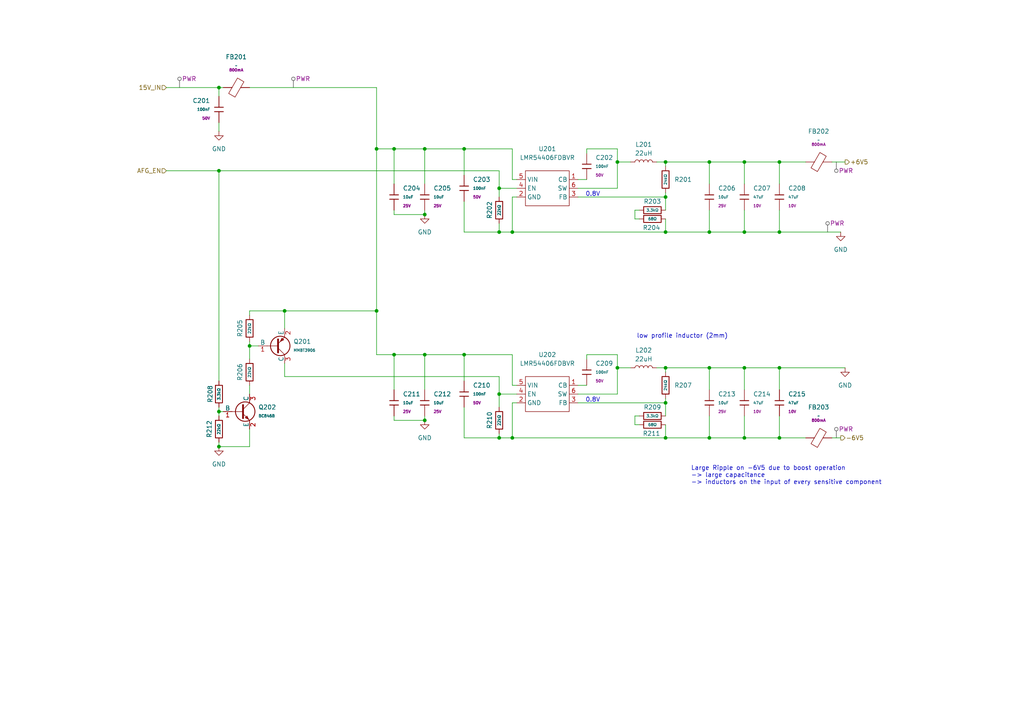
<source format=kicad_sch>
(kicad_sch (version 20250114) (generator "eeschema") (generator_version "9.0")
  (paper "A4")
  (title_block (title "AWG for DHO8/900") (date "2025-06-07") (rev "V2") (company "M. Zimmermann"))
  (lib_symbols
    (symbol "0603,3.3kΩ_1" (pin_numbers (hide yes)) (pin_names (offset 0))
      (property "Reference" "R" (at 1.778 0 0))
      (property "Value" "3.3kΩ" (at 0 0 90))
      (symbol "0603,3.3kΩ_1_1_1"
        (pin passive line (at 0 3.81 270) (length 1.27) (name "~") (number "1"))
        (pin passive line (at 0 -3.81 90) (length 1.27) (name "~") (number "2"))
      )
    )
    (symbol "AWG_Symbol:LMR54406FDBVR"
      (property "Reference" "U" (at 0 0 0))
      (property "Manufacturer Part" "LMR54406FDBVR" (at 0 0 0))
      (symbol "LMR54406FDBVR_1_0"
        (pin unspecified line (at -8.89 2.54 0) (length 2.54) (name "VIN") (number "5"))
        (pin unspecified line (at -8.89 0 0) (length 2.54) (name "EN") (number "4"))
        (pin unspecified line (at -8.89 -2.54 0) (length 2.54) (name "GND") (number "2"))
        (pin unspecified line (at 8.89 2.54 180) (length 2.54) (name "CB") (number "1"))
        (pin unspecified line (at 8.89 0 180) (length 2.54) (name "SW") (number "6"))
        (pin unspecified line (at 8.89 -2.54 180) (length 2.54) (name "FB") (number "3"))
      )
    )
    (symbol "AWG_Symbol:LQH5BPN220MT0L" (pin_numbers (hide yes)) (pin_names (offset 1.016) (hide yes))
      (property "Reference" "L" (at -1.27 0 90))
      (property "Value" "22uH" (at 1.905 0 90))
      (symbol "LQH5BPN220MT0L_1_1"
        (pin passive line (at 0 3.81 270) (length 1.27) (name "1") (number "1"))
        (pin passive line (at 0 -3.81 90) (length 1.27) (name "2") (number "2"))
      )
    )
    (symbol "PCM_JLCPCB-Capacitors:0603,100nF" (pin_numbers (hide yes)) (pin_names (offset 0))
      (property "Reference" "C" (at 2.032 1.668 0))
      (property "Value" "100nF" (at 2.032 -0.3782 0))
      (property "Voltage Rated" "50V" (at 2.032 -2.0462 0))
      (symbol "0603,100nF_1_1"
        (pin passive line (at 0 3.81 270) (length 3.175) (name "~") (number "1"))
        (pin passive line (at 0 -3.81 90) (length 3.175) (name "~") (number "2"))
      )
    )
    (symbol "PCM_JLCPCB-Capacitors:0805,10uF" (pin_numbers (hide yes)) (pin_names (offset 0))
      (property "Reference" "C" (at 2.032 1.668 0))
      (property "Value" "10uF" (at 2.032 -0.3782 0))
      (property "Voltage Rated" "25V" (at 2.032 -2.0462 0))
      (symbol "0805,10uF_1_1"
        (pin passive line (at 0 3.81 270) (length 3.175) (name "~") (number "1"))
        (pin passive line (at 0 -3.81 90) (length 3.175) (name "~") (number "2"))
      )
    )
    (symbol "PCM_JLCPCB-Capacitors:1206,47uF" (pin_numbers (hide yes)) (pin_names (offset 0))
      (property "Reference" "C" (at 2.032 1.668 0))
      (property "Value" "47uF" (at 2.032 -0.3782 0))
      (property "Voltage Rated" "10V" (at 2.032 -2.0462 0))
      (symbol "1206,47uF_1_1"
        (pin passive line (at 0 3.81 270) (length 3.175) (name "~") (number "1"))
        (pin passive line (at 0 -3.81 90) (length 3.175) (name "~") (number "2"))
      )
    )
    (symbol "PCM_JLCPCB-Inductors:Ferrite,0805" (pin_numbers (hide yes)) (pin_names (offset 0))
      (property "Reference" "FB" (at 3.4036 1.2508 0))
      (property "Current Rating" "800mA" (at 3.4036 -1.5274 0))
      (symbol "Ferrite,0805_1_1"
        (pin passive line (at 0 3.81 270) (length 2.54) (name "~") (number "1"))
        (pin passive line (at 0 -3.81 90) (length 2.54) (name "~") (number "2"))
      )
    )
    (symbol "PCM_JLCPCB-Resistors:0603,22kΩ" (pin_numbers (hide yes)) (pin_names (offset 0))
      (property "Reference" "R" (at 1.778 0 0))
      (property "Value" "22kΩ" (at 0 0 90))
      (symbol "0603,22kΩ_1_1"
        (pin passive line (at 0 3.81 270) (length 1.27) (name "~") (number "1"))
        (pin passive line (at 0 -3.81 90) (length 1.27) (name "~") (number "2"))
      )
    )
    (symbol "PCM_JLCPCB-Resistors:0603,24kΩ" (pin_numbers (hide yes)) (pin_names (offset 0))
      (property "Reference" "R" (at 1.778 0 0))
      (property "Value" "24kΩ" (at 0 0 90))
      (symbol "0603,24kΩ_1_1"
        (pin passive line (at 0 3.81 270) (length 1.27) (name "~") (number "1"))
        (pin passive line (at 0 -3.81 90) (length 1.27) (name "~") (number "2"))
      )
    )
    (symbol "PCM_JLCPCB-Resistors:0603,3.3kΩ" (pin_numbers (hide yes)) (pin_names (offset 0))
      (property "Reference" "R" (at 1.778 0 0))
      (property "Value" "3.3kΩ" (at 0 0 90))
      (symbol "0603,3.3kΩ_1_1"
        (pin passive line (at 0 3.81 270) (length 1.27) (name "~") (number "1"))
        (pin passive line (at 0 -3.81 90) (length 1.27) (name "~") (number "2"))
      )
    )
    (symbol "PCM_JLCPCB-Resistors:0603,68Ω" (pin_numbers (hide yes)) (pin_names (offset 0))
      (property "Reference" "R" (at 1.778 0 0))
      (property "Value" "68Ω" (at 0 0 90))
      (symbol "0603,68Ω_1_1"
        (pin passive line (at 0 3.81 270) (length 1.27) (name "~") (number "1"))
        (pin passive line (at 0 -3.81 90) (length 1.27) (name "~") (number "2"))
      )
    )
    (symbol "PCM_JLCPCB-Transistors:NPN,BC846B" (pin_names (offset 0))
      (property "Reference" "Q" (at 4.8514 0.834 0))
      (property "Value" "BC846B" (at 4.8514 -1.2122 0))
      (symbol "NPN,BC846B_1_1"
        (pin input line (at -5.08 0 0) (length 2.54) (name "B") (number "1"))
        (pin open_collector line (at 2.54 5.08 270) (length 2.54) (name "C") (number "3"))
        (pin open_emitter line (at 2.54 -5.08 90) (length 2.54) (name "E") (number "2"))
      )
    )
    (symbol "PCM_JLCPCB-Transistors:PNP,MMBT3906" (pin_names (offset 0))
      (property "Reference" "Q" (at 4.8514 0.834 0))
      (property "Value" "MMBT3906" (at 4.8514 -1.2122 0))
      (symbol "PNP,MMBT3906_1_1"
        (pin input line (at -5.08 0 0) (length 2.54) (name "B") (number "1"))
        (pin open_collector line (at 2.54 5.08 270) (length 2.54) (name "C") (number "3"))
        (pin open_emitter line (at 2.54 -5.08 90) (length 2.54) (name "E") (number "2"))
      )
    )
    (symbol "power:GND" (power) (pin_numbers (hide yes)) (pin_names (offset 0) (hide yes))
      (property "Value" "GND" (at 0 -3.81 0))
      (symbol "GND_1_1"
        (pin power_in line (at 0 0 270) (length 0) (name "~") (number "1"))
      )
    )
  )
  (text "0.8V" (at 171.958 56.388 0) (effects (font (size 1.27 1.27))))
  (text "0.8V" (at 171.958 116.078 0) (effects (font (size 1.27 1.27))))
  (text "Large Ripple on -6V5 due to boost operation\n-> large capacitance\n-> inductors on the input of every sensitive component" (at 200.406 137.922 0) (effects (font (size 1.27 1.27)) (justify left)))
  (text "low profile inductor (2mm)" (at 184.658 97.536 0) (effects (font (size 1.27 1.27)) (justify left)))
  (junction (at 226.06 46.99))
  (junction (at 205.74 127))
  (junction (at 144.78 114.3))
  (junction (at 215.9 67.31))
  (junction (at 215.9 106.68))
  (junction (at 226.06 127))
  (junction (at 134.62 102.87))
  (junction (at 63.5 119.38))
  (junction (at 193.04 116.84))
  (junction (at 193.04 127))
  (junction (at 179.07 46.99))
  (junction (at 114.3 43.18))
  (junction (at 179.07 106.68))
  (junction (at 205.74 46.99))
  (junction (at 63.5 49.53))
  (junction (at 123.19 121.92))
  (junction (at 72.39 100.33))
  (junction (at 109.22 43.18))
  (junction (at 82.55 90.17))
  (junction (at 114.3 102.87))
  (junction (at 144.78 54.61))
  (junction (at 123.19 62.23))
  (junction (at 144.78 127))
  (junction (at 109.22 90.17))
  (junction (at 215.9 127))
  (junction (at 226.06 106.68))
  (junction (at 63.5 129.54))
  (junction (at 63.5 25.4))
  (junction (at 215.9 46.99))
  (junction (at 226.06 67.31))
  (junction (at 193.04 67.31))
  (junction (at 205.74 106.68))
  (junction (at 193.04 46.99))
  (junction (at 193.04 106.68))
  (junction (at 148.59 67.31))
  (junction (at 123.19 102.87))
  (junction (at 144.78 67.31))
  (junction (at 148.59 127))
  (junction (at 193.04 57.15))
  (junction (at 134.62 43.18))
  (junction (at 205.74 67.31))
  (junction (at 123.19 43.18))
  (wire (pts (xy 144.78 114.3) (xy 149.86 114.3)))
  (wire (pts (xy 144.78 54.61) (xy 144.78 57.15)))
  (wire (pts (xy 205.74 120.65) (xy 205.74 127)))
  (wire (pts (xy 148.59 57.15) (xy 148.59 67.31)))
  (wire (pts (xy 134.62 127) (xy 144.78 127)))
  (wire (pts (xy 205.74 113.03) (xy 205.74 106.68)))
  (wire (pts (xy 134.62 102.87) (xy 148.59 102.87)))
  (wire (pts (xy 109.22 25.4) (xy 109.22 43.18)))
  (wire (pts (xy 72.39 111.76) (xy 72.39 114.3)))
  (wire (pts (xy 215.9 60.96) (xy 215.9 67.31)))
  (wire (pts (xy 72.39 90.17) (xy 72.39 91.44)))
  (wire (pts (xy 134.62 43.18) (xy 134.62 50.8)))
  (wire (pts (xy 123.19 102.87) (xy 134.62 102.87)))
  (wire (pts (xy 185.42 123.19) (xy 184.15 123.19)))
  (wire (pts (xy 179.07 43.18) (xy 179.07 46.99)))
  (wire (pts (xy 72.39 129.54) (xy 72.39 124.46)))
  (wire (pts (xy 185.42 63.5) (xy 184.15 63.5)))
  (wire (pts (xy 134.62 118.11) (xy 134.62 127)))
  (wire (pts (xy 226.06 53.34) (xy 226.06 46.99)))
  (wire (pts (xy 63.5 49.53) (xy 63.5 110.49)))
  (wire (pts (xy 193.04 107.95) (xy 193.04 106.68)))
  (wire (pts (xy 184.15 123.19) (xy 184.15 120.65)))
  (wire (pts (xy 148.59 127) (xy 193.04 127)))
  (wire (pts (xy 109.22 43.18) (xy 114.3 43.18)))
  (wire (pts (xy 226.06 127) (xy 233.68 127)))
  (wire (pts (xy 215.9 46.99) (xy 226.06 46.99)))
  (wire (pts (xy 109.22 102.87) (xy 114.3 102.87)))
  (wire (pts (xy 193.04 106.68) (xy 205.74 106.68)))
  (wire (pts (xy 123.19 60.96) (xy 123.19 62.23)))
  (wire (pts (xy 205.74 67.31) (xy 215.9 67.31)))
  (wire (pts (xy 63.5 119.38) (xy 63.5 120.65)))
  (wire (pts (xy 226.06 67.31) (xy 226.06 60.96)))
  (wire (pts (xy 193.04 115.57) (xy 193.04 116.84)))
  (wire (pts (xy 109.22 90.17) (xy 109.22 43.18)))
  (wire (pts (xy 123.19 43.18) (xy 134.62 43.18)))
  (wire (pts (xy 144.78 54.61) (xy 149.86 54.61)))
  (wire (pts (xy 167.64 57.15) (xy 193.04 57.15)))
  (wire (pts (xy 72.39 100.33) (xy 74.93 100.33)))
  (wire (pts (xy 167.64 52.07) (xy 170.18 52.07)))
  (wire (pts (xy 170.18 102.87) (xy 179.07 102.87)))
  (wire (pts (xy 123.19 120.65) (xy 123.19 121.92)))
  (wire (pts (xy 148.59 111.76) (xy 148.59 102.87)))
  (wire (pts (xy 184.15 120.65) (xy 185.42 120.65)))
  (wire (pts (xy 179.07 102.87) (xy 179.07 106.68)))
  (wire (pts (xy 144.78 114.3) (xy 144.78 118.11)))
  (wire (pts (xy 63.5 119.38) (xy 64.77 119.38)))
  (wire (pts (xy 193.04 106.68) (xy 190.5 106.68)))
  (wire (pts (xy 63.5 128.27) (xy 63.5 129.54)))
  (wire (pts (xy 215.9 106.68) (xy 226.06 106.68)))
  (wire (pts (xy 215.9 113.03) (xy 215.9 106.68)))
  (wire (pts (xy 148.59 67.31) (xy 193.04 67.31)))
  (wire (pts (xy 72.39 99.06) (xy 72.39 100.33)))
  (wire (pts (xy 144.78 114.3) (xy 144.78 109.22)))
  (wire (pts (xy 193.04 67.31) (xy 205.74 67.31)))
  (wire (pts (xy 114.3 60.96) (xy 114.3 62.23)))
  (wire (pts (xy 205.74 60.96) (xy 205.74 67.31)))
  (wire (pts (xy 114.3 43.18) (xy 123.19 43.18)))
  (wire (pts (xy 193.04 123.19) (xy 193.04 127)))
  (wire (pts (xy 167.64 54.61) (xy 179.07 54.61)))
  (wire (pts (xy 48.26 49.53) (xy 63.5 49.53)))
  (wire (pts (xy 63.5 129.54) (xy 72.39 129.54)))
  (wire (pts (xy 114.3 121.92) (xy 123.19 121.92)))
  (wire (pts (xy 167.64 116.84) (xy 193.04 116.84)))
  (wire (pts (xy 48.26 25.4) (xy 63.5 25.4)))
  (wire (pts (xy 241.3 46.99) (xy 245.11 46.99)))
  (wire (pts (xy 114.3 62.23) (xy 123.19 62.23)))
  (wire (pts (xy 215.9 120.65) (xy 215.9 127)))
  (wire (pts (xy 144.78 67.31) (xy 144.78 64.77)))
  (wire (pts (xy 149.86 52.07) (xy 148.59 52.07)))
  (wire (pts (xy 82.55 90.17) (xy 82.55 95.25)))
  (wire (pts (xy 167.64 114.3) (xy 179.07 114.3)))
  (wire (pts (xy 215.9 53.34) (xy 215.9 46.99)))
  (wire (pts (xy 109.22 90.17) (xy 109.22 102.87)))
  (wire (pts (xy 63.5 35.56) (xy 63.5 38.1)))
  (wire (pts (xy 205.74 46.99) (xy 215.9 46.99)))
  (wire (pts (xy 114.3 43.18) (xy 114.3 53.34)))
  (wire (pts (xy 215.9 127) (xy 226.06 127)))
  (wire (pts (xy 226.06 106.68) (xy 226.06 113.03)))
  (wire (pts (xy 114.3 120.65) (xy 114.3 121.92)))
  (wire (pts (xy 193.04 55.88) (xy 193.04 57.15)))
  (wire (pts (xy 149.86 111.76) (xy 148.59 111.76)))
  (wire (pts (xy 226.06 106.68) (xy 245.11 106.68)))
  (wire (pts (xy 144.78 49.53) (xy 144.78 54.61)))
  (wire (pts (xy 114.3 102.87) (xy 123.19 102.87)))
  (wire (pts (xy 114.3 102.87) (xy 114.3 113.03)))
  (wire (pts (xy 179.07 106.68) (xy 182.88 106.68)))
  (wire (pts (xy 193.04 116.84) (xy 193.04 120.65)))
  (wire (pts (xy 134.62 102.87) (xy 134.62 110.49)))
  (wire (pts (xy 134.62 58.42) (xy 134.62 67.31)))
  (wire (pts (xy 226.06 127) (xy 226.06 120.65)))
  (wire (pts (xy 72.39 25.4) (xy 109.22 25.4)))
  (wire (pts (xy 167.64 111.76) (xy 170.18 111.76)))
  (wire (pts (xy 148.59 52.07) (xy 148.59 43.18)))
  (wire (pts (xy 193.04 63.5) (xy 193.04 67.31)))
  (wire (pts (xy 148.59 116.84) (xy 148.59 127)))
  (wire (pts (xy 144.78 49.53) (xy 63.5 49.53)))
  (wire (pts (xy 215.9 67.31) (xy 226.06 67.31)))
  (wire (pts (xy 144.78 67.31) (xy 148.59 67.31)))
  (wire (pts (xy 241.3 127) (xy 243.84 127)))
  (wire (pts (xy 193.04 48.26) (xy 193.04 46.99)))
  (wire (pts (xy 179.07 54.61) (xy 179.07 46.99)))
  (wire (pts (xy 170.18 44.45) (xy 170.18 43.18)))
  (wire (pts (xy 226.06 46.99) (xy 233.68 46.99)))
  (wire (pts (xy 144.78 127) (xy 148.59 127)))
  (wire (pts (xy 63.5 25.4) (xy 64.77 25.4)))
  (wire (pts (xy 123.19 102.87) (xy 123.19 113.03)))
  (wire (pts (xy 205.74 53.34) (xy 205.74 46.99)))
  (wire (pts (xy 149.86 57.15) (xy 148.59 57.15)))
  (wire (pts (xy 170.18 104.14) (xy 170.18 102.87)))
  (wire (pts (xy 149.86 116.84) (xy 148.59 116.84)))
  (wire (pts (xy 179.07 46.99) (xy 182.88 46.99)))
  (wire (pts (xy 193.04 46.99) (xy 190.5 46.99)))
  (wire (pts (xy 72.39 100.33) (xy 72.39 104.14)))
  (wire (pts (xy 193.04 57.15) (xy 193.04 60.96)))
  (wire (pts (xy 134.62 43.18) (xy 148.59 43.18)))
  (wire (pts (xy 82.55 90.17) (xy 72.39 90.17)))
  (wire (pts (xy 179.07 114.3) (xy 179.07 106.68)))
  (wire (pts (xy 63.5 118.11) (xy 63.5 119.38)))
  (wire (pts (xy 63.5 27.94) (xy 63.5 25.4)))
  (wire (pts (xy 82.55 90.17) (xy 109.22 90.17)))
  (wire (pts (xy 170.18 43.18) (xy 179.07 43.18)))
  (wire (pts (xy 144.78 125.73) (xy 144.78 127)))
  (wire (pts (xy 123.19 43.18) (xy 123.19 53.34)))
  (wire (pts (xy 193.04 46.99) (xy 205.74 46.99)))
  (wire (pts (xy 226.06 67.31) (xy 243.84 67.31)))
  (wire (pts (xy 193.04 127) (xy 205.74 127)))
  (wire (pts (xy 82.55 109.22) (xy 144.78 109.22)))
  (wire (pts (xy 205.74 127) (xy 215.9 127)))
  (wire (pts (xy 184.15 60.96) (xy 184.15 63.5)))
  (wire (pts (xy 134.62 67.31) (xy 144.78 67.31)))
  (wire (pts (xy 184.15 60.96) (xy 185.42 60.96)))
  (wire (pts (xy 205.74 106.68) (xy 215.9 106.68)))
  (wire (pts (xy 82.55 109.22) (xy 82.55 105.41)))
  (hierarchical_label "+6V5" (shape output) (at 245.11 46.99 0))
  (hierarchical_label "AFG_EN" (shape input) (at 48.26 49.53 180))
  (hierarchical_label "15V_IN" (shape input) (at 48.26 25.4 180))
  (hierarchical_label "-6V5" (shape output) (at 243.84 127 0))
  (netclass_flag "" (length 2.54) (shape round) (at 242.57 46.99 180) (property "Netclass" "PWR" (at 243.2685 49.53 0) (effects (justify left))))
  (netclass_flag "" (length 2.54) (shape round) (at 52.07 25.4 0) (property "Netclass" "PWR" (at 52.7685 22.86 0) (effects (justify left))))
  (netclass_flag "" (length 2.54) (shape round) (at 240.03 67.31 0) (property "Netclass" "PWR" (at 240.7285 64.77 0) (effects (justify left))))
  (netclass_flag "" (length 2.54) (shape round) (at 85.09 25.4 0) (property "Netclass" "PWR" (at 85.7885 22.86 0) (effects (justify left))))
  (netclass_flag "" (length 2.54) (shape round) (at 242.57 127 0) (property "Netclass" "PWR" (at 243.2685 124.46 0) (effects (justify left))))
  (symbol (lib_id "PCM_JLCPCB-Capacitors:0603,100nF") (at 134.62 114.3 0) (unit 1)
    (property "Reference" "C210" (at 137.16 111.7599 0) (effects (justify left)))
    (property "Value" "100nF" (at 137.16 114.3 0) (effects (font (size 0.8 0.8)) (justify left)))
    (property "Footprint" "PCM_JLCPCB:C_0603" (effects (hide yes)))
    (property "Datasheet" "https://www.lcsc.com/datasheet/lcsc_datasheet_2211101700_YAGEO-CC0603KRX7R9BB104_C14663.pdf" (effects (hide yes)))
    (property "Description" "50V 100nF X7R ±10% 0603 Multilayer Ceramic Capacitors MLCC - SMD/SMT ROHS" (effects (hide yes)))
    (property "LCSC" "C14663" (effects (hide yes)))
    (property "Stock" "53144328" (effects (hide yes)))
    (property "Price" "0.006USD" (effects (hide yes)))
    (property "Process" "SMT" (effects (hide yes)))
    (property "Minimum Qty" "20" (effects (hide yes)))
    (property "Attrition Qty" "6" (effects (hide yes)))
    (property "Class" "Basic Component" (effects (hide yes)))
    (property "Category" "Capacitors,Multilayer Ceramic Capacitors MLCC - SMD/SMT" (effects (hide yes)))
    (property "Manufacturer" "YAGEO" (effects (hide yes)))
    (property "Part" "CC0603KRX7R9BB104" (effects (hide yes)))
    (property "Voltage Rated" "50V" (at 137.16 116.84 0) (effects (font (size 0.8 0.8)) (justify left)))
    (property "Tolerance" "±10%" (effects (hide yes)))
    (property "Capacitance" "100nF" (effects (hide yes)))
    (property "Temperature Coefficient" "X7R" (effects (hide yes)))
  )
  (symbol (lib_id "power:GND") (at 63.5 38.1 0) (unit 1)
    (property "Reference" "#PWR0201" (effects (hide yes)))
    (property "Value" "GND" (at 63.5 43.18 0))
    (property "Description" "Power symbol creates a global label with name \"GND\" , ground" (effects (hide yes)))
  )
  (symbol (lib_id "PCM_JLCPCB-Resistors:0603,3.3kΩ") (at 63.5 114.3 0) (mirror y) (unit 1)
    (property "Reference" "R208" (at 60.96 116.84 90) (effects (justify left)))
    (property "Value" "3.3kΩ" (at 63.5 114.3 90) (effects (font (size 0.8 0.8))))
    (property "Footprint" "PCM_JLCPCB:R_0603" (effects (hide yes)))
    (property "Datasheet" "https://www.lcsc.com/datasheet/lcsc_datasheet_2206010116_UNI-ROYAL-Uniroyal-Elec-0603WAF3301T5E_C22978.pdf" (effects (hide yes)))
    (property "Description" "100mW Thick Film Resistors 75V ±100ppm/°C ±1% 3.3kΩ 0603 Chip Resistor - Surface Mount ROHS" (effects (hide yes)))
    (property "LCSC" "C22978" (effects (hide yes)))
    (property "Stock" "2806148" (effects (hide yes)))
    (property "Price" "0.004USD" (effects (hide yes)))
    (property "Process" "SMT" (effects (hide yes)))
    (property "Minimum Qty" "20" (effects (hide yes)))
    (property "Attrition Qty" "10" (effects (hide yes)))
    (property "Class" "Basic Component" (effects (hide yes)))
    (property "Category" "Resistors,Chip Resistor - Surface Mount" (effects (hide yes)))
    (property "Manufacturer" "UNI-ROYAL(Uniroyal Elec)" (effects (hide yes)))
    (property "Part" "0603WAF3301T5E" (effects (hide yes)))
    (property "Resistance" "3.3kΩ" (effects (hide yes)))
    (property "Power(Watts)" "100mW" (effects (hide yes)))
    (property "Type" "Thick Film Resistors" (effects (hide yes)))
    (property "Overload Voltage (Max)" "75V" (effects (hide yes)))
    (property "Operating Temperature Range" "-55°C~+155°C" (effects (hide yes)))
    (property "Tolerance" "±1%" (effects (hide yes)))
    (property "Temperature Coefficient" "±100ppm/°C" (effects (hide yes)))
  )
  (symbol (lib_id "AWG_Symbol:LMR54406FDBVR") (at 158.75 54.61 0) (unit 1)
    (property "Reference" "U201" (at 158.75 43.18 0))
    (property "Value" "LMR54406FDBVR" (at 158.75 45.72 0))
    (property "Footprint" "Package_TO_SOT_SMD:SOT-23-6" (effects (hide yes)))
    (property "Datasheet" "https://www.ti.com/lit/ds/symlink/lmr54406.pdf" (effects (hide yes)))
    (property "Description" "Function:Step-down type Output Type:Adjustable Input Voltage:4V~36V Input Voltage:4V~36V Output Voltage:800mV~28V Output Voltage:800mV~28V Output Current:1A Switching Frequency:1.1MHz Switching Frequency:1.1MHz Operating Temperature:-40°C~+125°C Operating T" (effects (hide yes)))
    (property "Manufacturer Part" "LMR54406FDBVR" (effects (hide yes)))
    (property "Manufacturer" "TI" (effects (hide yes)))
    (property "Supplier Part" "C3193129" (effects (hide yes)))
    (property "Supplier" "LCSC" (effects (hide yes)))
    (property "LCSC" "C3193129" (effects (hide yes)))
  )
  (symbol (lib_id "power:GND") (at 243.84 67.31 0) (unit 1)
    (property "Reference" "#PWR0203" (effects (hide yes)))
    (property "Value" "GND" (at 243.84 72.39 0))
    (property "Description" "Power symbol creates a global label with name \"GND\" , ground" (effects (hide yes)))
  )
  (symbol (lib_id "PCM_JLCPCB-Resistors:0603,24kΩ") (at 193.04 111.76 0) (unit 1)
    (property "Reference" "R207" (at 195.58 111.7599 0) (effects (justify left)))
    (property "Value" "24kΩ" (at 193.04 111.76 90) (effects (font (size 0.8 0.8))))
    (property "Footprint" "PCM_JLCPCB:R_0603" (effects (hide yes)))
    (property "Datasheet" "https://www.lcsc.com/datasheet/lcsc_datasheet_2206010100_UNI-ROYAL-Uniroyal-Elec-0603WAF2402T5E_C23352.pdf" (effects (hide yes)))
    (property "Description" "100mW Thick Film Resistors 75V ±100ppm/°C ±1% 24kΩ 0603 Chip Resistor - Surface Mount ROHS" (effects (hide yes)))
    (property "LCSC" "C23352" (effects (hide yes)))
    (property "Stock" "468026" (effects (hide yes)))
    (property "Price" "0.004USD" (effects (hide yes)))
    (property "Process" "SMT" (effects (hide yes)))
    (property "Minimum Qty" "20" (effects (hide yes)))
    (property "Attrition Qty" "10" (effects (hide yes)))
    (property "Class" "Basic Component" (effects (hide yes)))
    (property "Category" "Resistors,Chip Resistor - Surface Mount" (effects (hide yes)))
    (property "Manufacturer" "UNI-ROYAL(Uniroyal Elec)" (effects (hide yes)))
    (property "Part" "0603WAF2402T5E" (effects (hide yes)))
    (property "Resistance" "24kΩ" (effects (hide yes)))
    (property "Power(Watts)" "100mW" (effects (hide yes)))
    (property "Type" "Thick Film Resistors" (effects (hide yes)))
    (property "Overload Voltage (Max)" "75V" (effects (hide yes)))
    (property "Operating Temperature Range" "-55°C~+155°C" (effects (hide yes)))
    (property "Tolerance" "±1%" (effects (hide yes)))
    (property "Temperature Coefficient" "±100ppm/°C" (effects (hide yes)))
  )
  (symbol (lib_id "PCM_JLCPCB-Transistors:PNP,MMBT3906") (at 80.01 100.33 0) (mirror x) (unit 1)
    (property "Reference" "Q201" (at 85.09 99.0599 0) (effects (justify left)))
    (property "Value" "MMBT3906" (at 85.09 101.6 0) (effects (font (size 0.8 0.8)) (justify left)))
    (property "Footprint" "PCM_JLCPCB:Q_SOT-23" (effects (hide yes)))
    (property "Datasheet" "https://wmsc.lcsc.com/wmsc/upload/file/pdf/v2/lcsc/2312221203_hongjiacheng-MMBT3906_C7420354.pdf" (effects (hide yes)))
    (property "Description" "40V 300mW 100@10mA,1.0V 200mA PNP SOT-23 Bipolar (BJT) ROHS" (effects (hide yes)))
    (property "LCSC" "C7420354" (effects (hide yes)))
    (property "Stock" "210361" (effects (hide yes)))
    (property "Price" "0.013USD" (effects (hide yes)))
    (property "Process" "SMT" (effects (hide yes)))
    (property "Minimum Qty" "10" (effects (hide yes)))
    (property "Attrition Qty" "5" (effects (hide yes)))
    (property "Class" "Preferred Component" (effects (hide yes)))
    (property "Category" "Triode/MOS Tube/Transistor,Bipolar Transistors - BJT" (effects (hide yes)))
    (property "Manufacturer" "hongjiacheng" (effects (hide yes)))
    (property "Part" "MMBT3906" (effects (hide yes)))
    (property "Transition Frequency (fT)" "300MHz" (effects (hide yes)))
    (property "Operating Temperature" "-55°C~+150°C" (effects (hide yes)))
    (property "Collector Cut-Off Current (Icbo)" "0.1uA" (effects (hide yes)))
    (property "Transistor Type" "PNP" (effects (hide yes)))
    (property "DC Current Gain (hFE@Ic,Vce)" "100@10mA,1.0V" (effects (hide yes)))
    (property "Power Dissipation (Pd)" "300mW" (effects (hide yes)))
    (property "Collector Current (Ic)" "null" (effects (hide yes)))
    (property "Collector-Emitter Saturation Voltage (VCE(sat)@Ic,Ib)" "0.3V@50mA,5.0mA" (effects (hide yes)))
    (property "Collector-Emitter Breakdown Voltage (Vceo)" "null" (effects (hide yes)))
    (property "FT Rotation Offset" "180" (effects (hide yes)))
  )
  (symbol (lib_id "PCM_JLCPCB-Transistors:NPN,BC846B") (at 69.85 119.38 0) (unit 1)
    (property "Reference" "Q202" (at 74.93 118.1099 0) (effects (justify left)))
    (property "Value" "BC846B" (at 74.93 120.65 0) (effects (font (size 0.8 0.8)) (justify left)))
    (property "Footprint" "PCM_JLCPCB:Q_SOT-23" (effects (hide yes)))
    (property "Datasheet" "https://wmsc.lcsc.com/wmsc/upload/file/pdf/v2/lcsc/2312291746_hongjiacheng-BC846B_C20069134.pdf" (effects (hide yes)))
    (property "Description" "65V 200mW 200@2.0mA,5.0V 100mA NPN SOT-23 Bipolar (BJT) ROHS" (effects (hide yes)))
    (property "LCSC" "C20069134" (effects (hide yes)))
    (property "Stock" "62998" (effects (hide yes)))
    (property "Price" "0.015USD" (effects (hide yes)))
    (property "Process" "SMT" (effects (hide yes)))
    (property "Minimum Qty" "10" (effects (hide yes)))
    (property "Attrition Qty" "4" (effects (hide yes)))
    (property "Class" "Preferred Component" (effects (hide yes)))
    (property "Category" "Triode/MOS Tube/Transistor,Bipolar Transistors - BJT" (effects (hide yes)))
    (property "Manufacturer" "hongjiacheng" (effects (hide yes)))
    (property "Part" "BC846B" (effects (hide yes)))
    (property "FT Rotation Offset" "180" (effects (hide yes)))
  )
  (symbol (lib_id "PCM_JLCPCB-Capacitors:0603,100nF") (at 170.18 48.26 0) (unit 1)
    (property "Reference" "C202" (at 172.72 45.7199 0) (effects (justify left)))
    (property "Value" "100nF" (at 172.72 48.26 0) (effects (font (size 0.8 0.8)) (justify left)))
    (property "Footprint" "PCM_JLCPCB:C_0603" (effects (hide yes)))
    (property "Datasheet" "https://www.lcsc.com/datasheet/lcsc_datasheet_2211101700_YAGEO-CC0603KRX7R9BB104_C14663.pdf" (effects (hide yes)))
    (property "Description" "50V 100nF X7R ±10% 0603 Multilayer Ceramic Capacitors MLCC - SMD/SMT ROHS" (effects (hide yes)))
    (property "LCSC" "C14663" (effects (hide yes)))
    (property "Stock" "53144328" (effects (hide yes)))
    (property "Price" "0.006USD" (effects (hide yes)))
    (property "Process" "SMT" (effects (hide yes)))
    (property "Minimum Qty" "20" (effects (hide yes)))
    (property "Attrition Qty" "6" (effects (hide yes)))
    (property "Class" "Basic Component" (effects (hide yes)))
    (property "Category" "Capacitors,Multilayer Ceramic Capacitors MLCC - SMD/SMT" (effects (hide yes)))
    (property "Manufacturer" "YAGEO" (effects (hide yes)))
    (property "Part" "CC0603KRX7R9BB104" (effects (hide yes)))
    (property "Voltage Rated" "50V" (at 172.72 50.8 0) (effects (font (size 0.8 0.8)) (justify left)))
    (property "Tolerance" "±10%" (effects (hide yes)))
    (property "Capacitance" "100nF" (effects (hide yes)))
    (property "Temperature Coefficient" "X7R" (effects (hide yes)))
  )
  (symbol (lib_id "PCM_JLCPCB-Capacitors:0805,10uF") (at 123.19 116.84 0) (unit 1)
    (property "Reference" "C212" (at 125.73 114.2999 0) (effects (justify left)))
    (property "Value" "10uF" (at 125.73 116.84 0) (effects (font (size 0.8 0.8)) (justify left)))
    (property "Footprint" "PCM_JLCPCB:C_0805" (effects (hide yes)))
    (property "Datasheet" "https://www.lcsc.com/datasheet/lcsc_datasheet_2304140030_Samsung-Electro-Mechanics-CL21A106KAYNNNE_C15850.pdf" (effects (hide yes)))
    (property "Description" "25V 10uF X5R ±10% 0805 Multilayer Ceramic Capacitors MLCC - SMD/SMT ROHS" (effects (hide yes)))
    (property "LCSC" "C15850" (effects (hide yes)))
    (property "Stock" "12667140" (effects (hide yes)))
    (property "Price" "0.013USD" (effects (hide yes)))
    (property "Process" "SMT" (effects (hide yes)))
    (property "Minimum Qty" "20" (effects (hide yes)))
    (property "Attrition Qty" "10" (effects (hide yes)))
    (property "Class" "Basic Component" (effects (hide yes)))
    (property "Category" "Capacitors,Multilayer Ceramic Capacitors MLCC - SMD/SMT" (effects (hide yes)))
    (property "Manufacturer" "Samsung Electro-Mechanics" (effects (hide yes)))
    (property "Part" "CL21A106KAYNNNE" (effects (hide yes)))
    (property "Voltage Rated" "25V" (at 125.73 119.38 0) (effects (font (size 0.8 0.8)) (justify left)))
    (property "Tolerance" "±10%" (effects (hide yes)))
    (property "Capacitance" "10uF" (effects (hide yes)))
    (property "Temperature Coefficient" "X5R" (effects (hide yes)))
  )
  (symbol (lib_id "PCM_JLCPCB-Capacitors:1206,47uF") (at 226.06 116.84 0) (unit 1)
    (property "Reference" "C215" (at 228.6 114.2999 0) (effects (justify left)))
    (property "Value" "47uF" (at 228.6 116.84 0) (effects (font (size 0.8 0.8)) (justify left)))
    (property "Footprint" "PCM_JLCPCB:C_1206" (effects (hide yes)))
    (property "Datasheet" "https://www.lcsc.com/datasheet/lcsc_datasheet_2304140030_Samsung-Electro-Mechanics-CL31A476MPHNNNE_C96123.pdf" (effects (hide yes)))
    (property "Description" "10V 47uF X5R ±20% 1206 Multilayer Ceramic Capacitors MLCC - SMD/SMT ROHS" (effects (hide yes)))
    (property "LCSC" "C96123" (effects (hide yes)))
    (property "Stock" "706983" (effects (hide yes)))
    (property "Price" "0.069USD" (effects (hide yes)))
    (property "Process" "SMT" (effects (hide yes)))
    (property "Minimum Qty" "5" (effects (hide yes)))
    (property "Attrition Qty" "2" (effects (hide yes)))
    (property "Class" "Basic Component" (effects (hide yes)))
    (property "Category" "Capacitors,Multilayer Ceramic Capacitors MLCC - SMD/SMT" (effects (hide yes)))
    (property "Manufacturer" "Samsung Electro-Mechanics" (effects (hide yes)))
    (property "Part" "CL31A476MPHNNNE" (effects (hide yes)))
    (property "Voltage Rated" "10V" (at 228.6 119.38 0) (effects (font (size 0.8 0.8)) (justify left)))
    (property "Tolerance" "±20%" (effects (hide yes)))
    (property "Capacitance" "47uF" (effects (hide yes)))
    (property "Temperature Coefficient" "X5R" (effects (hide yes)))
  )
  (symbol (lib_id "PCM_JLCPCB-Capacitors:0805,10uF") (at 114.3 57.15 0) (unit 1)
    (property "Reference" "C204" (at 116.84 54.6099 0) (effects (justify left)))
    (property "Value" "10uF" (at 116.84 57.15 0) (effects (font (size 0.8 0.8)) (justify left)))
    (property "Footprint" "PCM_JLCPCB:C_0805" (effects (hide yes)))
    (property "Datasheet" "https://www.lcsc.com/datasheet/lcsc_datasheet_2304140030_Samsung-Electro-Mechanics-CL21A106KAYNNNE_C15850.pdf" (effects (hide yes)))
    (property "Description" "25V 10uF X5R ±10% 0805 Multilayer Ceramic Capacitors MLCC - SMD/SMT ROHS" (effects (hide yes)))
    (property "LCSC" "C15850" (effects (hide yes)))
    (property "Stock" "12667140" (effects (hide yes)))
    (property "Price" "0.013USD" (effects (hide yes)))
    (property "Process" "SMT" (effects (hide yes)))
    (property "Minimum Qty" "20" (effects (hide yes)))
    (property "Attrition Qty" "10" (effects (hide yes)))
    (property "Class" "Basic Component" (effects (hide yes)))
    (property "Category" "Capacitors,Multilayer Ceramic Capacitors MLCC - SMD/SMT" (effects (hide yes)))
    (property "Manufacturer" "Samsung Electro-Mechanics" (effects (hide yes)))
    (property "Part" "CL21A106KAYNNNE" (effects (hide yes)))
    (property "Voltage Rated" "25V" (at 116.84 59.69 0) (effects (font (size 0.8 0.8)) (justify left)))
    (property "Tolerance" "±10%" (effects (hide yes)))
    (property "Capacitance" "10uF" (effects (hide yes)))
    (property "Temperature Coefficient" "X5R" (effects (hide yes)))
  )
  (symbol (lib_id "PCM_JLCPCB-Capacitors:1206,47uF") (at 226.06 57.15 0) (unit 1)
    (property "Reference" "C208" (at 228.6 54.6099 0) (effects (justify left)))
    (property "Value" "47uF" (at 228.6 57.15 0) (effects (font (size 0.8 0.8)) (justify left)))
    (property "Footprint" "PCM_JLCPCB:C_1206" (effects (hide yes)))
    (property "Datasheet" "https://www.lcsc.com/datasheet/lcsc_datasheet_2304140030_Samsung-Electro-Mechanics-CL31A476MPHNNNE_C96123.pdf" (effects (hide yes)))
    (property "Description" "10V 47uF X5R ±20% 1206 Multilayer Ceramic Capacitors MLCC - SMD/SMT ROHS" (effects (hide yes)))
    (property "LCSC" "C96123" (effects (hide yes)))
    (property "Stock" "706983" (effects (hide yes)))
    (property "Price" "0.069USD" (effects (hide yes)))
    (property "Process" "SMT" (effects (hide yes)))
    (property "Minimum Qty" "5" (effects (hide yes)))
    (property "Attrition Qty" "2" (effects (hide yes)))
    (property "Class" "Basic Component" (effects (hide yes)))
    (property "Category" "Capacitors,Multilayer Ceramic Capacitors MLCC - SMD/SMT" (effects (hide yes)))
    (property "Manufacturer" "Samsung Electro-Mechanics" (effects (hide yes)))
    (property "Part" "CL31A476MPHNNNE" (effects (hide yes)))
    (property "Voltage Rated" "10V" (at 228.6 59.69 0) (effects (font (size 0.8 0.8)) (justify left)))
    (property "Tolerance" "±20%" (effects (hide yes)))
    (property "Capacitance" "47uF" (effects (hide yes)))
    (property "Temperature Coefficient" "X5R" (effects (hide yes)))
  )
  (symbol (lib_id "PCM_JLCPCB-Capacitors:1206,47uF") (at 215.9 116.84 0) (unit 1)
    (property "Reference" "C214" (at 218.44 114.2999 0) (effects (justify left)))
    (property "Value" "47uF" (at 218.44 116.84 0) (effects (font (size 0.8 0.8)) (justify left)))
    (property "Footprint" "PCM_JLCPCB:C_1206" (effects (hide yes)))
    (property "Datasheet" "https://www.lcsc.com/datasheet/lcsc_datasheet_2304140030_Samsung-Electro-Mechanics-CL31A476MPHNNNE_C96123.pdf" (effects (hide yes)))
    (property "Description" "10V 47uF X5R ±20% 1206 Multilayer Ceramic Capacitors MLCC - SMD/SMT ROHS" (effects (hide yes)))
    (property "LCSC" "C96123" (effects (hide yes)))
    (property "Stock" "706983" (effects (hide yes)))
    (property "Price" "0.069USD" (effects (hide yes)))
    (property "Process" "SMT" (effects (hide yes)))
    (property "Minimum Qty" "5" (effects (hide yes)))
    (property "Attrition Qty" "2" (effects (hide yes)))
    (property "Class" "Basic Component" (effects (hide yes)))
    (property "Category" "Capacitors,Multilayer Ceramic Capacitors MLCC - SMD/SMT" (effects (hide yes)))
    (property "Manufacturer" "Samsung Electro-Mechanics" (effects (hide yes)))
    (property "Part" "CL31A476MPHNNNE" (effects (hide yes)))
    (property "Voltage Rated" "10V" (at 218.44 119.38 0) (effects (font (size 0.8 0.8)) (justify left)))
    (property "Tolerance" "±20%" (effects (hide yes)))
    (property "Capacitance" "47uF" (effects (hide yes)))
    (property "Temperature Coefficient" "X5R" (effects (hide yes)))
  )
  (symbol (lib_id "PCM_JLCPCB-Capacitors:0603,100nF") (at 134.62 54.61 0) (unit 1)
    (property "Reference" "C203" (at 137.16 52.0699 0) (effects (justify left)))
    (property "Value" "100nF" (at 137.16 54.61 0) (effects (font (size 0.8 0.8)) (justify left)))
    (property "Footprint" "PCM_JLCPCB:C_0603" (effects (hide yes)))
    (property "Datasheet" "https://www.lcsc.com/datasheet/lcsc_datasheet_2211101700_YAGEO-CC0603KRX7R9BB104_C14663.pdf" (effects (hide yes)))
    (property "Description" "50V 100nF X7R ±10% 0603 Multilayer Ceramic Capacitors MLCC - SMD/SMT ROHS" (effects (hide yes)))
    (property "LCSC" "C14663" (effects (hide yes)))
    (property "Stock" "53144328" (effects (hide yes)))
    (property "Price" "0.006USD" (effects (hide yes)))
    (property "Process" "SMT" (effects (hide yes)))
    (property "Minimum Qty" "20" (effects (hide yes)))
    (property "Attrition Qty" "6" (effects (hide yes)))
    (property "Class" "Basic Component" (effects (hide yes)))
    (property "Category" "Capacitors,Multilayer Ceramic Capacitors MLCC - SMD/SMT" (effects (hide yes)))
    (property "Manufacturer" "YAGEO" (effects (hide yes)))
    (property "Part" "CC0603KRX7R9BB104" (effects (hide yes)))
    (property "Voltage Rated" "50V" (at 137.16 57.15 0) (effects (font (size 0.8 0.8)) (justify left)))
    (property "Tolerance" "±10%" (effects (hide yes)))
    (property "Capacitance" "100nF" (effects (hide yes)))
    (property "Temperature Coefficient" "X7R" (effects (hide yes)))
  )
  (symbol (lib_name "0603,3.3kΩ_1") (lib_id "PCM_JLCPCB-Resistors:0603,3.3kΩ") (at 189.23 60.96 90) (unit 1)
    (property "Reference" "R203" (at 189.23 58.42 90))
    (property "Value" "3.3kΩ" (at 189.23 60.96 90) (effects (font (size 0.8 0.8))))
    (property "Footprint" "PCM_JLCPCB:R_0603" (effects (hide yes)))
    (property "Datasheet" "https://www.lcsc.com/datasheet/lcsc_datasheet_2206010116_UNI-ROYAL-Uniroyal-Elec-0603WAF3301T5E_C22978.pdf" (effects (hide yes)))
    (property "Description" "100mW Thick Film Resistors 75V ±100ppm/°C ±1% 3.3kΩ 0603 Chip Resistor - Surface Mount ROHS" (effects (hide yes)))
    (property "LCSC" "C22978" (effects (hide yes)))
    (property "Stock" "2807881" (effects (hide yes)))
    (property "Price" "0.004USD" (effects (hide yes)))
    (property "Process" "SMT" (effects (hide yes)))
    (property "Minimum Qty" "20" (effects (hide yes)))
    (property "Attrition Qty" "10" (effects (hide yes)))
    (property "Class" "Basic Component" (effects (hide yes)))
    (property "Category" "Resistors,Chip Resistor - Surface Mount" (effects (hide yes)))
    (property "Manufacturer" "UNI-ROYAL(Uniroyal Elec)" (effects (hide yes)))
    (property "Part" "0603WAF3301T5E" (effects (hide yes)))
    (property "Resistance" "3.3kΩ" (effects (hide yes)))
    (property "Power(Watts)" "100mW" (effects (hide yes)))
    (property "Type" "Thick Film Resistors" (effects (hide yes)))
    (property "Overload Voltage (Max)" "75V" (effects (hide yes)))
    (property "Operating Temperature Range" "-55°C~+155°C" (effects (hide yes)))
    (property "Tolerance" "±1%" (effects (hide yes)))
    (property "Temperature Coefficient" "±100ppm/°C" (effects (hide yes)))
  )
  (symbol (lib_id "PCM_JLCPCB-Inductors:Ferrite,0805") (at 68.58 25.4 90) (unit 1)
    (property "Reference" "FB201" (at 68.5292 16.51 90))
    (property "Value" "~" (at 68.5292 19.05 90) (effects (font (size 0.8 0.8))))
    (property "Footprint" "PCM_JLCPCB:FB_0805" (effects (hide yes)))
    (property "Datasheet" "https://www.lcsc.com/datasheet/lcsc_datasheet_2310301640_Sunlord-GZ2012D101TF_C1015.pdf" (effects (hide yes)))
    (property "Description" "±25% 100Ω@100MHz 0805 Ferrite Beads ROHS" (effects (hide yes)))
    (property "LCSC" "C1015" (effects (hide yes)))
    (property "Stock" "171812" (effects (hide yes)))
    (property "Price" "0.010USD" (effects (hide yes)))
    (property "Process" "SMT" (effects (hide yes)))
    (property "Minimum Qty" "20" (effects (hide yes)))
    (property "Attrition Qty" "10" (effects (hide yes)))
    (property "Class" "Basic Component" (effects (hide yes)))
    (property "Category" "Filters/EMI Optimization,Ferrite Beads" (effects (hide yes)))
    (property "Manufacturer" "Sunlord" (effects (hide yes)))
    (property "Part" "GZ2012D101TF" (effects (hide yes)))
    (property "Impedance @ Frequency" "100Ω@100MHz" (effects (hide yes)))
    (property "Circuits" "1" (effects (hide yes)))
    (property "Current Rating" "800mA" (at 68.5292 20.32 90) (effects (font (size 0.8 0.8))))
    (property "Tolerance" "±25%" (effects (hide yes)))
  )
  (symbol (lib_id "PCM_JLCPCB-Inductors:Ferrite,0805") (at 237.49 46.99 90) (unit 1)
    (property "Reference" "FB202" (at 237.4392 38.1 90))
    (property "Value" "~" (at 237.4392 40.64 90) (effects (font (size 0.8 0.8))))
    (property "Footprint" "PCM_JLCPCB:FB_0805" (effects (hide yes)))
    (property "Datasheet" "https://www.lcsc.com/datasheet/lcsc_datasheet_2310301640_Sunlord-GZ2012D101TF_C1015.pdf" (effects (hide yes)))
    (property "Description" "±25% 100Ω@100MHz 0805 Ferrite Beads ROHS" (effects (hide yes)))
    (property "LCSC" "C1015" (effects (hide yes)))
    (property "Stock" "171812" (effects (hide yes)))
    (property "Price" "0.010USD" (effects (hide yes)))
    (property "Process" "SMT" (effects (hide yes)))
    (property "Minimum Qty" "20" (effects (hide yes)))
    (property "Attrition Qty" "10" (effects (hide yes)))
    (property "Class" "Basic Component" (effects (hide yes)))
    (property "Category" "Filters/EMI Optimization,Ferrite Beads" (effects (hide yes)))
    (property "Manufacturer" "Sunlord" (effects (hide yes)))
    (property "Part" "GZ2012D101TF" (effects (hide yes)))
    (property "Impedance @ Frequency" "100Ω@100MHz" (effects (hide yes)))
    (property "Circuits" "1" (effects (hide yes)))
    (property "Current Rating" "800mA" (at 237.4392 41.91 90) (effects (font (size 0.8 0.8))))
    (property "Tolerance" "±25%" (effects (hide yes)))
  )
  (symbol (lib_id "PCM_JLCPCB-Resistors:0603,22kΩ") (at 72.39 107.95 0) (mirror y) (unit 1)
    (property "Reference" "R206" (at 69.596 110.49 90) (effects (justify left)))
    (property "Value" "22kΩ" (at 72.39 107.95 90) (effects (font (size 0.8 0.8))))
    (property "Footprint" "PCM_JLCPCB:R_0603" (effects (hide yes)))
    (property "Datasheet" "https://www.lcsc.com/datasheet/lcsc_datasheet_2206010030_UNI-ROYAL-Uniroyal-Elec-0603WAF2202T5E_C31850.pdf" (effects (hide yes)))
    (property "Description" "100mW Thick Film Resistors 75V ±100ppm/°C ±1% 22kΩ 0603 Chip Resistor - Surface Mount ROHS" (effects (hide yes)))
    (property "LCSC" "C31850" (effects (hide yes)))
    (property "Stock" "777688" (effects (hide yes)))
    (property "Price" "0.004USD" (effects (hide yes)))
    (property "Process" "SMT" (effects (hide yes)))
    (property "Minimum Qty" "20" (effects (hide yes)))
    (property "Attrition Qty" "10" (effects (hide yes)))
    (property "Class" "Basic Component" (effects (hide yes)))
    (property "Category" "Resistors,Chip Resistor - Surface Mount" (effects (hide yes)))
    (property "Manufacturer" "UNI-ROYAL(Uniroyal Elec)" (effects (hide yes)))
    (property "Part" "0603WAF2202T5E" (effects (hide yes)))
    (property "Resistance" "22kΩ" (effects (hide yes)))
    (property "Power(Watts)" "100mW" (effects (hide yes)))
    (property "Type" "Thick Film Resistors" (effects (hide yes)))
    (property "Overload Voltage (Max)" "75V" (effects (hide yes)))
    (property "Operating Temperature Range" "-55°C~+155°C" (effects (hide yes)))
    (property "Tolerance" "±1%" (effects (hide yes)))
    (property "Temperature Coefficient" "±100ppm/°C" (effects (hide yes)))
  )
  (symbol (lib_id "AWG_Symbol:LQH5BPN220MT0L") (at 186.69 46.99 90) (unit 1)
    (property "Reference" "L201" (at 186.69 41.91 90))
    (property "Value" "22uH" (at 186.69 44.45 90))
    (property "Footprint" "Inductor_SMD:L_APV_ANR5045" (effects (hide yes)))
    (property "Description" "LQH5BPN220MT0L" (effects (hide yes)))
    (property "LCSC" "C440232" (effects (hide yes)))
  )
  (symbol (lib_id "PCM_JLCPCB-Resistors:0603,22kΩ") (at 63.5 124.46 0) (mirror y) (unit 1)
    (property "Reference" "R212" (at 60.706 127 90) (effects (justify left)))
    (property "Value" "22kΩ" (at 63.5 124.46 90) (effects (font (size 0.8 0.8))))
    (property "Footprint" "PCM_JLCPCB:R_0603" (effects (hide yes)))
    (property "Datasheet" "https://www.lcsc.com/datasheet/lcsc_datasheet_2206010030_UNI-ROYAL-Uniroyal-Elec-0603WAF2202T5E_C31850.pdf" (effects (hide yes)))
    (property "Description" "100mW Thick Film Resistors 75V ±100ppm/°C ±1% 22kΩ 0603 Chip Resistor - Surface Mount ROHS" (effects (hide yes)))
    (property "LCSC" "C31850" (effects (hide yes)))
    (property "Stock" "777688" (effects (hide yes)))
    (property "Price" "0.004USD" (effects (hide yes)))
    (property "Process" "SMT" (effects (hide yes)))
    (property "Minimum Qty" "20" (effects (hide yes)))
    (property "Attrition Qty" "10" (effects (hide yes)))
    (property "Class" "Basic Component" (effects (hide yes)))
    (property "Category" "Resistors,Chip Resistor - Surface Mount" (effects (hide yes)))
    (property "Manufacturer" "UNI-ROYAL(Uniroyal Elec)" (effects (hide yes)))
    (property "Part" "0603WAF2202T5E" (effects (hide yes)))
    (property "Resistance" "22kΩ" (effects (hide yes)))
    (property "Power(Watts)" "100mW" (effects (hide yes)))
    (property "Type" "Thick Film Resistors" (effects (hide yes)))
    (property "Overload Voltage (Max)" "75V" (effects (hide yes)))
    (property "Operating Temperature Range" "-55°C~+155°C" (effects (hide yes)))
    (property "Tolerance" "±1%" (effects (hide yes)))
    (property "Temperature Coefficient" "±100ppm/°C" (effects (hide yes)))
  )
  (symbol (lib_id "PCM_JLCPCB-Resistors:0603,68Ω") (at 189.23 123.19 90) (mirror x) (unit 1)
    (property "Reference" "R211" (at 188.976 125.73 90))
    (property "Value" "68Ω" (at 189.23 123.19 90) (effects (font (size 0.8 0.8))))
    (property "Footprint" "PCM_JLCPCB:R_0603" (effects (hide yes)))
    (property "Datasheet" "https://www.lcsc.com/datasheet/lcsc_datasheet_2206010030_UNI-ROYAL-Uniroyal-Elec-0603WAF680JT5E_C27592.pdf" (effects (hide yes)))
    (property "Description" "100mW Thick Film Resistors 75V ±100ppm/°C ±1% 68Ω 0603 Chip Resistor - Surface Mount ROHS" (effects (hide yes)))
    (property "LCSC" "C27592" (effects (hide yes)))
    (property "Stock" "549396" (effects (hide yes)))
    (property "Price" "0.004USD" (effects (hide yes)))
    (property "Process" "SMT" (effects (hide yes)))
    (property "Minimum Qty" "20" (effects (hide yes)))
    (property "Attrition Qty" "10" (effects (hide yes)))
    (property "Class" "Preferred Component" (effects (hide yes)))
    (property "Category" "Resistors,Chip Resistor - Surface Mount" (effects (hide yes)))
    (property "Manufacturer" "UNI-ROYAL(Uniroyal Elec)" (effects (hide yes)))
    (property "Part" "0603WAF680JT5E" (effects (hide yes)))
    (property "Resistance" "68Ω" (effects (hide yes)))
    (property "Power(Watts)" "100mW" (effects (hide yes)))
    (property "Type" "Thick Film Resistors" (effects (hide yes)))
    (property "Overload Voltage (Max)" "75V" (effects (hide yes)))
    (property "Operating Temperature Range" "-55°C~+155°C" (effects (hide yes)))
    (property "Tolerance" "±1%" (effects (hide yes)))
    (property "Temperature Coefficient" "±100ppm/°C" (effects (hide yes)))
  )
  (symbol (lib_id "PCM_JLCPCB-Capacitors:0805,10uF") (at 123.19 57.15 0) (unit 1)
    (property "Reference" "C205" (at 125.73 54.6099 0) (effects (justify left)))
    (property "Value" "10uF" (at 125.73 57.15 0) (effects (font (size 0.8 0.8)) (justify left)))
    (property "Footprint" "PCM_JLCPCB:C_0805" (effects (hide yes)))
    (property "Datasheet" "https://www.lcsc.com/datasheet/lcsc_datasheet_2304140030_Samsung-Electro-Mechanics-CL21A106KAYNNNE_C15850.pdf" (effects (hide yes)))
    (property "Description" "25V 10uF X5R ±10% 0805 Multilayer Ceramic Capacitors MLCC - SMD/SMT ROHS" (effects (hide yes)))
    (property "LCSC" "C15850" (effects (hide yes)))
    (property "Stock" "12667140" (effects (hide yes)))
    (property "Price" "0.013USD" (effects (hide yes)))
    (property "Process" "SMT" (effects (hide yes)))
    (property "Minimum Qty" "20" (effects (hide yes)))
    (property "Attrition Qty" "10" (effects (hide yes)))
    (property "Class" "Basic Component" (effects (hide yes)))
    (property "Category" "Capacitors,Multilayer Ceramic Capacitors MLCC - SMD/SMT" (effects (hide yes)))
    (property "Manufacturer" "Samsung Electro-Mechanics" (effects (hide yes)))
    (property "Part" "CL21A106KAYNNNE" (effects (hide yes)))
    (property "Voltage Rated" "25V" (at 125.73 59.69 0) (effects (font (size 0.8 0.8)) (justify left)))
    (property "Tolerance" "±10%" (effects (hide yes)))
    (property "Capacitance" "10uF" (effects (hide yes)))
    (property "Temperature Coefficient" "X5R" (effects (hide yes)))
  )
  (symbol (lib_id "PCM_JLCPCB-Resistors:0603,22kΩ") (at 144.78 60.96 0) (mirror y) (unit 1)
    (property "Reference" "R202" (at 141.986 63.5 90) (effects (justify left)))
    (property "Value" "22kΩ" (at 144.78 60.96 90) (effects (font (size 0.8 0.8))))
    (property "Footprint" "PCM_JLCPCB:R_0603" (effects (hide yes)))
    (property "Datasheet" "https://www.lcsc.com/datasheet/lcsc_datasheet_2206010030_UNI-ROYAL-Uniroyal-Elec-0603WAF2202T5E_C31850.pdf" (effects (hide yes)))
    (property "Description" "100mW Thick Film Resistors 75V ±100ppm/°C ±1% 22kΩ 0603 Chip Resistor - Surface Mount ROHS" (effects (hide yes)))
    (property "LCSC" "C31850" (effects (hide yes)))
    (property "Stock" "777688" (effects (hide yes)))
    (property "Price" "0.004USD" (effects (hide yes)))
    (property "Process" "SMT" (effects (hide yes)))
    (property "Minimum Qty" "20" (effects (hide yes)))
    (property "Attrition Qty" "10" (effects (hide yes)))
    (property "Class" "Basic Component" (effects (hide yes)))
    (property "Category" "Resistors,Chip Resistor - Surface Mount" (effects (hide yes)))
    (property "Manufacturer" "UNI-ROYAL(Uniroyal Elec)" (effects (hide yes)))
    (property "Part" "0603WAF2202T5E" (effects (hide yes)))
    (property "Resistance" "22kΩ" (effects (hide yes)))
    (property "Power(Watts)" "100mW" (effects (hide yes)))
    (property "Type" "Thick Film Resistors" (effects (hide yes)))
    (property "Overload Voltage (Max)" "75V" (effects (hide yes)))
    (property "Operating Temperature Range" "-55°C~+155°C" (effects (hide yes)))
    (property "Tolerance" "±1%" (effects (hide yes)))
    (property "Temperature Coefficient" "±100ppm/°C" (effects (hide yes)))
  )
  (symbol (lib_id "PCM_JLCPCB-Capacitors:0603,100nF") (at 63.5 31.75 0) (mirror y) (unit 1)
    (property "Reference" "C201" (at 60.96 29.2099 0) (effects (justify left)))
    (property "Value" "100nF" (at 60.96 31.75 0) (effects (font (size 0.8 0.8)) (justify left)))
    (property "Footprint" "PCM_JLCPCB:C_0603" (effects (hide yes)))
    (property "Datasheet" "https://www.lcsc.com/datasheet/lcsc_datasheet_2211101700_YAGEO-CC0603KRX7R9BB104_C14663.pdf" (effects (hide yes)))
    (property "Description" "50V 100nF X7R ±10% 0603 Multilayer Ceramic Capacitors MLCC - SMD/SMT ROHS" (effects (hide yes)))
    (property "LCSC" "C14663" (effects (hide yes)))
    (property "Stock" "53144328" (effects (hide yes)))
    (property "Price" "0.006USD" (effects (hide yes)))
    (property "Process" "SMT" (effects (hide yes)))
    (property "Minimum Qty" "20" (effects (hide yes)))
    (property "Attrition Qty" "6" (effects (hide yes)))
    (property "Class" "Basic Component" (effects (hide yes)))
    (property "Category" "Capacitors,Multilayer Ceramic Capacitors MLCC - SMD/SMT" (effects (hide yes)))
    (property "Manufacturer" "YAGEO" (effects (hide yes)))
    (property "Part" "CC0603KRX7R9BB104" (effects (hide yes)))
    (property "Voltage Rated" "50V" (at 60.96 34.29 0) (effects (font (size 0.8 0.8)) (justify left)))
    (property "Tolerance" "±10%" (effects (hide yes)))
    (property "Capacitance" "100nF" (effects (hide yes)))
    (property "Temperature Coefficient" "X7R" (effects (hide yes)))
  )
  (symbol (lib_id "power:GND") (at 245.11 106.68 0) (unit 1)
    (property "Reference" "#PWR0204" (effects (hide yes)))
    (property "Value" "GND" (at 245.11 111.76 0))
    (property "Description" "Power symbol creates a global label with name \"GND\" , ground" (effects (hide yes)))
  )
  (symbol (lib_id "PCM_JLCPCB-Resistors:0603,24kΩ") (at 193.04 52.07 0) (unit 1)
    (property "Reference" "R201" (at 195.58 52.0699 0) (effects (justify left)))
    (property "Value" "24kΩ" (at 193.04 52.07 90) (effects (font (size 0.8 0.8))))
    (property "Footprint" "PCM_JLCPCB:R_0603" (effects (hide yes)))
    (property "Datasheet" "https://www.lcsc.com/datasheet/lcsc_datasheet_2206010100_UNI-ROYAL-Uniroyal-Elec-0603WAF2402T5E_C23352.pdf" (effects (hide yes)))
    (property "Description" "100mW Thick Film Resistors 75V ±100ppm/°C ±1% 24kΩ 0603 Chip Resistor - Surface Mount ROHS" (effects (hide yes)))
    (property "LCSC" "C23352" (effects (hide yes)))
    (property "Stock" "468026" (effects (hide yes)))
    (property "Price" "0.004USD" (effects (hide yes)))
    (property "Process" "SMT" (effects (hide yes)))
    (property "Minimum Qty" "20" (effects (hide yes)))
    (property "Attrition Qty" "10" (effects (hide yes)))
    (property "Class" "Basic Component" (effects (hide yes)))
    (property "Category" "Resistors,Chip Resistor - Surface Mount" (effects (hide yes)))
    (property "Manufacturer" "UNI-ROYAL(Uniroyal Elec)" (effects (hide yes)))
    (property "Part" "0603WAF2402T5E" (effects (hide yes)))
    (property "Resistance" "24kΩ" (effects (hide yes)))
    (property "Power(Watts)" "100mW" (effects (hide yes)))
    (property "Type" "Thick Film Resistors" (effects (hide yes)))
    (property "Overload Voltage (Max)" "75V" (effects (hide yes)))
    (property "Operating Temperature Range" "-55°C~+155°C" (effects (hide yes)))
    (property "Tolerance" "±1%" (effects (hide yes)))
    (property "Temperature Coefficient" "±100ppm/°C" (effects (hide yes)))
  )
  (symbol (lib_id "AWG_Symbol:LMR54406FDBVR") (at 158.75 114.3 0) (unit 1)
    (property "Reference" "U202" (at 158.75 102.87 0))
    (property "Value" "LMR54406FDBVR" (at 158.75 105.41 0))
    (property "Footprint" "Package_TO_SOT_SMD:SOT-23-6" (effects (hide yes)))
    (property "Datasheet" "https://www.ti.com/lit/ds/symlink/lmr54406.pdf" (effects (hide yes)))
    (property "Description" "Function:Step-down type Output Type:Adjustable Input Voltage:4V~36V Input Voltage:4V~36V Output Voltage:800mV~28V Output Voltage:800mV~28V Output Current:1A Switching Frequency:1.1MHz Switching Frequency:1.1MHz Operating Temperature:-40°C~+125°C Operating T" (effects (hide yes)))
    (property "Manufacturer Part" "LMR54406FDBVR" (effects (hide yes)))
    (property "Manufacturer" "TI" (effects (hide yes)))
    (property "Supplier Part" "C3193129" (effects (hide yes)))
    (property "Supplier" "LCSC" (effects (hide yes)))
    (property "LCSC" "C3193129" (effects (hide yes)))
  )
  (symbol (lib_id "power:GND") (at 123.19 121.92 0) (unit 1)
    (property "Reference" "#PWR0205" (effects (hide yes)))
    (property "Value" "GND" (at 123.19 127 0))
    (property "Description" "Power symbol creates a global label with name \"GND\" , ground" (effects (hide yes)))
  )
  (symbol (lib_id "power:GND") (at 63.5 129.54 0) (unit 1)
    (property "Reference" "#PWR0206" (effects (hide yes)))
    (property "Value" "GND" (at 63.5 134.62 0))
    (property "Description" "Power symbol creates a global label with name \"GND\" , ground" (effects (hide yes)))
  )
  (symbol (lib_id "PCM_JLCPCB-Capacitors:1206,47uF") (at 215.9 57.15 0) (unit 1)
    (property "Reference" "C207" (at 218.44 54.6099 0) (effects (justify left)))
    (property "Value" "47uF" (at 218.44 57.15 0) (effects (font (size 0.8 0.8)) (justify left)))
    (property "Footprint" "PCM_JLCPCB:C_1206" (effects (hide yes)))
    (property "Datasheet" "https://www.lcsc.com/datasheet/lcsc_datasheet_2304140030_Samsung-Electro-Mechanics-CL31A476MPHNNNE_C96123.pdf" (effects (hide yes)))
    (property "Description" "10V 47uF X5R ±20% 1206 Multilayer Ceramic Capacitors MLCC - SMD/SMT ROHS" (effects (hide yes)))
    (property "LCSC" "C96123" (effects (hide yes)))
    (property "Stock" "706983" (effects (hide yes)))
    (property "Price" "0.069USD" (effects (hide yes)))
    (property "Process" "SMT" (effects (hide yes)))
    (property "Minimum Qty" "5" (effects (hide yes)))
    (property "Attrition Qty" "2" (effects (hide yes)))
    (property "Class" "Basic Component" (effects (hide yes)))
    (property "Category" "Capacitors,Multilayer Ceramic Capacitors MLCC - SMD/SMT" (effects (hide yes)))
    (property "Manufacturer" "Samsung Electro-Mechanics" (effects (hide yes)))
    (property "Part" "CL31A476MPHNNNE" (effects (hide yes)))
    (property "Voltage Rated" "10V" (at 218.44 59.69 0) (effects (font (size 0.8 0.8)) (justify left)))
    (property "Tolerance" "±20%" (effects (hide yes)))
    (property "Capacitance" "47uF" (effects (hide yes)))
    (property "Temperature Coefficient" "X5R" (effects (hide yes)))
  )
  (symbol (lib_id "PCM_JLCPCB-Inductors:Ferrite,0805") (at 237.49 127 90) (unit 1)
    (property "Reference" "FB203" (at 237.4392 118.11 90))
    (property "Value" "~" (at 237.4392 120.65 90) (effects (font (size 0.8 0.8))))
    (property "Footprint" "PCM_JLCPCB:FB_0805" (effects (hide yes)))
    (property "Datasheet" "https://www.lcsc.com/datasheet/lcsc_datasheet_2310301640_Sunlord-GZ2012D101TF_C1015.pdf" (effects (hide yes)))
    (property "Description" "±25% 100Ω@100MHz 0805 Ferrite Beads ROHS" (effects (hide yes)))
    (property "LCSC" "C1015" (effects (hide yes)))
    (property "Stock" "171812" (effects (hide yes)))
    (property "Price" "0.010USD" (effects (hide yes)))
    (property "Process" "SMT" (effects (hide yes)))
    (property "Minimum Qty" "20" (effects (hide yes)))
    (property "Attrition Qty" "10" (effects (hide yes)))
    (property "Class" "Basic Component" (effects (hide yes)))
    (property "Category" "Filters/EMI Optimization,Ferrite Beads" (effects (hide yes)))
    (property "Manufacturer" "Sunlord" (effects (hide yes)))
    (property "Part" "GZ2012D101TF" (effects (hide yes)))
    (property "Impedance @ Frequency" "100Ω@100MHz" (effects (hide yes)))
    (property "Circuits" "1" (effects (hide yes)))
    (property "Current Rating" "800mA" (at 237.4392 121.92 90) (effects (font (size 0.8 0.8))))
    (property "Tolerance" "±25%" (effects (hide yes)))
  )
  (symbol (lib_id "power:GND") (at 123.19 62.23 0) (unit 1)
    (property "Reference" "#PWR0202" (effects (hide yes)))
    (property "Value" "GND" (at 123.19 67.31 0))
    (property "Description" "Power symbol creates a global label with name \"GND\" , ground" (effects (hide yes)))
  )
  (symbol (lib_id "PCM_JLCPCB-Capacitors:0603,100nF") (at 170.18 107.95 0) (unit 1)
    (property "Reference" "C209" (at 172.72 105.4099 0) (effects (justify left)))
    (property "Value" "100nF" (at 172.72 107.95 0) (effects (font (size 0.8 0.8)) (justify left)))
    (property "Footprint" "PCM_JLCPCB:C_0603" (effects (hide yes)))
    (property "Datasheet" "https://www.lcsc.com/datasheet/lcsc_datasheet_2211101700_YAGEO-CC0603KRX7R9BB104_C14663.pdf" (effects (hide yes)))
    (property "Description" "50V 100nF X7R ±10% 0603 Multilayer Ceramic Capacitors MLCC - SMD/SMT ROHS" (effects (hide yes)))
    (property "LCSC" "C14663" (effects (hide yes)))
    (property "Stock" "53144328" (effects (hide yes)))
    (property "Price" "0.006USD" (effects (hide yes)))
    (property "Process" "SMT" (effects (hide yes)))
    (property "Minimum Qty" "20" (effects (hide yes)))
    (property "Attrition Qty" "6" (effects (hide yes)))
    (property "Class" "Basic Component" (effects (hide yes)))
    (property "Category" "Capacitors,Multilayer Ceramic Capacitors MLCC - SMD/SMT" (effects (hide yes)))
    (property "Manufacturer" "YAGEO" (effects (hide yes)))
    (property "Part" "CC0603KRX7R9BB104" (effects (hide yes)))
    (property "Voltage Rated" "50V" (at 172.72 110.49 0) (effects (font (size 0.8 0.8)) (justify left)))
    (property "Tolerance" "±10%" (effects (hide yes)))
    (property "Capacitance" "100nF" (effects (hide yes)))
    (property "Temperature Coefficient" "X7R" (effects (hide yes)))
  )
  (symbol (lib_id "PCM_JLCPCB-Resistors:0603,68Ω") (at 189.23 63.5 90) (mirror x) (unit 1)
    (property "Reference" "R204" (at 188.976 66.04 90))
    (property "Value" "68Ω" (at 189.23 63.5 90) (effects (font (size 0.8 0.8))))
    (property "Footprint" "PCM_JLCPCB:R_0603" (effects (hide yes)))
    (property "Datasheet" "https://www.lcsc.com/datasheet/lcsc_datasheet_2206010030_UNI-ROYAL-Uniroyal-Elec-0603WAF680JT5E_C27592.pdf" (effects (hide yes)))
    (property "Description" "100mW Thick Film Resistors 75V ±100ppm/°C ±1% 68Ω 0603 Chip Resistor - Surface Mount ROHS" (effects (hide yes)))
    (property "LCSC" "C27592" (effects (hide yes)))
    (property "Stock" "549396" (effects (hide yes)))
    (property "Price" "0.004USD" (effects (hide yes)))
    (property "Process" "SMT" (effects (hide yes)))
    (property "Minimum Qty" "20" (effects (hide yes)))
    (property "Attrition Qty" "10" (effects (hide yes)))
    (property "Class" "Preferred Component" (effects (hide yes)))
    (property "Category" "Resistors,Chip Resistor - Surface Mount" (effects (hide yes)))
    (property "Manufacturer" "UNI-ROYAL(Uniroyal Elec)" (effects (hide yes)))
    (property "Part" "0603WAF680JT5E" (effects (hide yes)))
    (property "Resistance" "68Ω" (effects (hide yes)))
    (property "Power(Watts)" "100mW" (effects (hide yes)))
    (property "Type" "Thick Film Resistors" (effects (hide yes)))
    (property "Overload Voltage (Max)" "75V" (effects (hide yes)))
    (property "Operating Temperature Range" "-55°C~+155°C" (effects (hide yes)))
    (property "Tolerance" "±1%" (effects (hide yes)))
    (property "Temperature Coefficient" "±100ppm/°C" (effects (hide yes)))
  )
  (symbol (lib_id "AWG_Symbol:LQH5BPN220MT0L") (at 186.69 106.68 90) (unit 1)
    (property "Reference" "L202" (at 186.69 101.6 90))
    (property "Value" "22uH" (at 186.69 104.14 90))
    (property "Footprint" "Inductor_SMD:L_APV_ANR5045" (effects (hide yes)))
    (property "Description" "LQH5BPN220MT0L" (effects (hide yes)))
    (property "LCSC" "C440232" (effects (hide yes)))
  )
  (symbol (lib_id "PCM_JLCPCB-Capacitors:0805,10uF") (at 205.74 57.15 0) (unit 1)
    (property "Reference" "C206" (at 208.28 54.6099 0) (effects (justify left)))
    (property "Value" "10uF" (at 208.28 57.15 0) (effects (font (size 0.8 0.8)) (justify left)))
    (property "Footprint" "PCM_JLCPCB:C_0805" (effects (hide yes)))
    (property "Datasheet" "https://www.lcsc.com/datasheet/lcsc_datasheet_2304140030_Samsung-Electro-Mechanics-CL21A106KAYNNNE_C15850.pdf" (effects (hide yes)))
    (property "Description" "25V 10uF X5R ±10% 0805 Multilayer Ceramic Capacitors MLCC - SMD/SMT ROHS" (effects (hide yes)))
    (property "LCSC" "C15850" (effects (hide yes)))
    (property "Stock" "12667140" (effects (hide yes)))
    (property "Price" "0.013USD" (effects (hide yes)))
    (property "Process" "SMT" (effects (hide yes)))
    (property "Minimum Qty" "20" (effects (hide yes)))
    (property "Attrition Qty" "10" (effects (hide yes)))
    (property "Class" "Basic Component" (effects (hide yes)))
    (property "Category" "Capacitors,Multilayer Ceramic Capacitors MLCC - SMD/SMT" (effects (hide yes)))
    (property "Manufacturer" "Samsung Electro-Mechanics" (effects (hide yes)))
    (property "Part" "CL21A106KAYNNNE" (effects (hide yes)))
    (property "Voltage Rated" "25V" (at 208.28 59.69 0) (effects (font (size 0.8 0.8)) (justify left)))
    (property "Tolerance" "±10%" (effects (hide yes)))
    (property "Capacitance" "10uF" (effects (hide yes)))
    (property "Temperature Coefficient" "X5R" (effects (hide yes)))
  )
  (symbol (lib_name "0603,3.3kΩ_1") (lib_id "PCM_JLCPCB-Resistors:0603,3.3kΩ") (at 189.23 120.65 90) (unit 1)
    (property "Reference" "R209" (at 189.23 118.11 90))
    (property "Value" "3.3kΩ" (at 189.23 120.65 90) (effects (font (size 0.8 0.8))))
    (property "Footprint" "PCM_JLCPCB:R_0603" (effects (hide yes)))
    (property "Datasheet" "https://www.lcsc.com/datasheet/lcsc_datasheet_2206010116_UNI-ROYAL-Uniroyal-Elec-0603WAF3301T5E_C22978.pdf" (effects (hide yes)))
    (property "Description" "100mW Thick Film Resistors 75V ±100ppm/°C ±1% 3.3kΩ 0603 Chip Resistor - Surface Mount ROHS" (effects (hide yes)))
    (property "LCSC" "C22978" (effects (hide yes)))
    (property "Stock" "2807881" (effects (hide yes)))
    (property "Price" "0.004USD" (effects (hide yes)))
    (property "Process" "SMT" (effects (hide yes)))
    (property "Minimum Qty" "20" (effects (hide yes)))
    (property "Attrition Qty" "10" (effects (hide yes)))
    (property "Class" "Basic Component" (effects (hide yes)))
    (property "Category" "Resistors,Chip Resistor - Surface Mount" (effects (hide yes)))
    (property "Manufacturer" "UNI-ROYAL(Uniroyal Elec)" (effects (hide yes)))
    (property "Part" "0603WAF3301T5E" (effects (hide yes)))
    (property "Resistance" "3.3kΩ" (effects (hide yes)))
    (property "Power(Watts)" "100mW" (effects (hide yes)))
    (property "Type" "Thick Film Resistors" (effects (hide yes)))
    (property "Overload Voltage (Max)" "75V" (effects (hide yes)))
    (property "Operating Temperature Range" "-55°C~+155°C" (effects (hide yes)))
    (property "Tolerance" "±1%" (effects (hide yes)))
    (property "Temperature Coefficient" "±100ppm/°C" (effects (hide yes)))
  )
  (symbol (lib_id "PCM_JLCPCB-Capacitors:0805,10uF") (at 114.3 116.84 0) (unit 1)
    (property "Reference" "C211" (at 116.84 114.2999 0) (effects (justify left)))
    (property "Value" "10uF" (at 116.84 116.84 0) (effects (font (size 0.8 0.8)) (justify left)))
    (property "Footprint" "PCM_JLCPCB:C_0805" (effects (hide yes)))
    (property "Datasheet" "https://www.lcsc.com/datasheet/lcsc_datasheet_2304140030_Samsung-Electro-Mechanics-CL21A106KAYNNNE_C15850.pdf" (effects (hide yes)))
    (property "Description" "25V 10uF X5R ±10% 0805 Multilayer Ceramic Capacitors MLCC - SMD/SMT ROHS" (effects (hide yes)))
    (property "LCSC" "C15850" (effects (hide yes)))
    (property "Stock" "12667140" (effects (hide yes)))
    (property "Price" "0.013USD" (effects (hide yes)))
    (property "Process" "SMT" (effects (hide yes)))
    (property "Minimum Qty" "20" (effects (hide yes)))
    (property "Attrition Qty" "10" (effects (hide yes)))
    (property "Class" "Basic Component" (effects (hide yes)))
    (property "Category" "Capacitors,Multilayer Ceramic Capacitors MLCC - SMD/SMT" (effects (hide yes)))
    (property "Manufacturer" "Samsung Electro-Mechanics" (effects (hide yes)))
    (property "Part" "CL21A106KAYNNNE" (effects (hide yes)))
    (property "Voltage Rated" "25V" (at 116.84 119.38 0) (effects (font (size 0.8 0.8)) (justify left)))
    (property "Tolerance" "±10%" (effects (hide yes)))
    (property "Capacitance" "10uF" (effects (hide yes)))
    (property "Temperature Coefficient" "X5R" (effects (hide yes)))
  )
  (symbol (lib_id "PCM_JLCPCB-Resistors:0603,22kΩ") (at 144.78 121.92 0) (mirror y) (unit 1)
    (property "Reference" "R210" (at 141.986 124.46 90) (effects (justify left)))
    (property "Value" "22kΩ" (at 144.78 121.92 90) (effects (font (size 0.8 0.8))))
    (property "Footprint" "PCM_JLCPCB:R_0603" (effects (hide yes)))
    (property "Datasheet" "https://www.lcsc.com/datasheet/lcsc_datasheet_2206010030_UNI-ROYAL-Uniroyal-Elec-0603WAF2202T5E_C31850.pdf" (effects (hide yes)))
    (property "Description" "100mW Thick Film Resistors 75V ±100ppm/°C ±1% 22kΩ 0603 Chip Resistor - Surface Mount ROHS" (effects (hide yes)))
    (property "LCSC" "C31850" (effects (hide yes)))
    (property "Stock" "777688" (effects (hide yes)))
    (property "Price" "0.004USD" (effects (hide yes)))
    (property "Process" "SMT" (effects (hide yes)))
    (property "Minimum Qty" "20" (effects (hide yes)))
    (property "Attrition Qty" "10" (effects (hide yes)))
    (property "Class" "Basic Component" (effects (hide yes)))
    (property "Category" "Resistors,Chip Resistor - Surface Mount" (effects (hide yes)))
    (property "Manufacturer" "UNI-ROYAL(Uniroyal Elec)" (effects (hide yes)))
    (property "Part" "0603WAF2202T5E" (effects (hide yes)))
    (property "Resistance" "22kΩ" (effects (hide yes)))
    (property "Power(Watts)" "100mW" (effects (hide yes)))
    (property "Type" "Thick Film Resistors" (effects (hide yes)))
    (property "Overload Voltage (Max)" "75V" (effects (hide yes)))
    (property "Operating Temperature Range" "-55°C~+155°C" (effects (hide yes)))
    (property "Tolerance" "±1%" (effects (hide yes)))
    (property "Temperature Coefficient" "±100ppm/°C" (effects (hide yes)))
  )
  (symbol (lib_id "PCM_JLCPCB-Capacitors:0805,10uF") (at 205.74 116.84 0) (unit 1)
    (property "Reference" "C213" (at 208.28 114.2999 0) (effects (justify left)))
    (property "Value" "10uF" (at 208.28 116.84 0) (effects (font (size 0.8 0.8)) (justify left)))
    (property "Footprint" "PCM_JLCPCB:C_0805" (effects (hide yes)))
    (property "Datasheet" "https://www.lcsc.com/datasheet/lcsc_datasheet_2304140030_Samsung-Electro-Mechanics-CL21A106KAYNNNE_C15850.pdf" (effects (hide yes)))
    (property "Description" "25V 10uF X5R ±10% 0805 Multilayer Ceramic Capacitors MLCC - SMD/SMT ROHS" (effects (hide yes)))
    (property "LCSC" "C15850" (effects (hide yes)))
    (property "Stock" "12667140" (effects (hide yes)))
    (property "Price" "0.013USD" (effects (hide yes)))
    (property "Process" "SMT" (effects (hide yes)))
    (property "Minimum Qty" "20" (effects (hide yes)))
    (property "Attrition Qty" "10" (effects (hide yes)))
    (property "Class" "Basic Component" (effects (hide yes)))
    (property "Category" "Capacitors,Multilayer Ceramic Capacitors MLCC - SMD/SMT" (effects (hide yes)))
    (property "Manufacturer" "Samsung Electro-Mechanics" (effects (hide yes)))
    (property "Part" "CL21A106KAYNNNE" (effects (hide yes)))
    (property "Voltage Rated" "25V" (at 208.28 119.38 0) (effects (font (size 0.8 0.8)) (justify left)))
    (property "Tolerance" "±10%" (effects (hide yes)))
    (property "Capacitance" "10uF" (effects (hide yes)))
    (property "Temperature Coefficient" "X5R" (effects (hide yes)))
  )
  (symbol (lib_id "PCM_JLCPCB-Resistors:0603,22kΩ") (at 72.39 95.25 0) (mirror y) (unit 1)
    (property "Reference" "R205" (at 69.596 97.79 90) (effects (justify left)))
    (property "Value" "22kΩ" (at 72.39 95.25 90) (effects (font (size 0.8 0.8))))
    (property "Footprint" "PCM_JLCPCB:R_0603" (effects (hide yes)))
    (property "Datasheet" "https://www.lcsc.com/datasheet/lcsc_datasheet_2206010030_UNI-ROYAL-Uniroyal-Elec-0603WAF2202T5E_C31850.pdf" (effects (hide yes)))
    (property "Description" "100mW Thick Film Resistors 75V ±100ppm/°C ±1% 22kΩ 0603 Chip Resistor - Surface Mount ROHS" (effects (hide yes)))
    (property "LCSC" "C31850" (effects (hide yes)))
    (property "Stock" "777688" (effects (hide yes)))
    (property "Price" "0.004USD" (effects (hide yes)))
    (property "Process" "SMT" (effects (hide yes)))
    (property "Minimum Qty" "20" (effects (hide yes)))
    (property "Attrition Qty" "10" (effects (hide yes)))
    (property "Class" "Basic Component" (effects (hide yes)))
    (property "Category" "Resistors,Chip Resistor - Surface Mount" (effects (hide yes)))
    (property "Manufacturer" "UNI-ROYAL(Uniroyal Elec)" (effects (hide yes)))
    (property "Part" "0603WAF2202T5E" (effects (hide yes)))
    (property "Resistance" "22kΩ" (effects (hide yes)))
    (property "Power(Watts)" "100mW" (effects (hide yes)))
    (property "Type" "Thick Film Resistors" (effects (hide yes)))
    (property "Overload Voltage (Max)" "75V" (effects (hide yes)))
    (property "Operating Temperature Range" "-55°C~+155°C" (effects (hide yes)))
    (property "Tolerance" "±1%" (effects (hide yes)))
    (property "Temperature Coefficient" "±100ppm/°C" (effects (hide yes)))
  )
)
</source>
